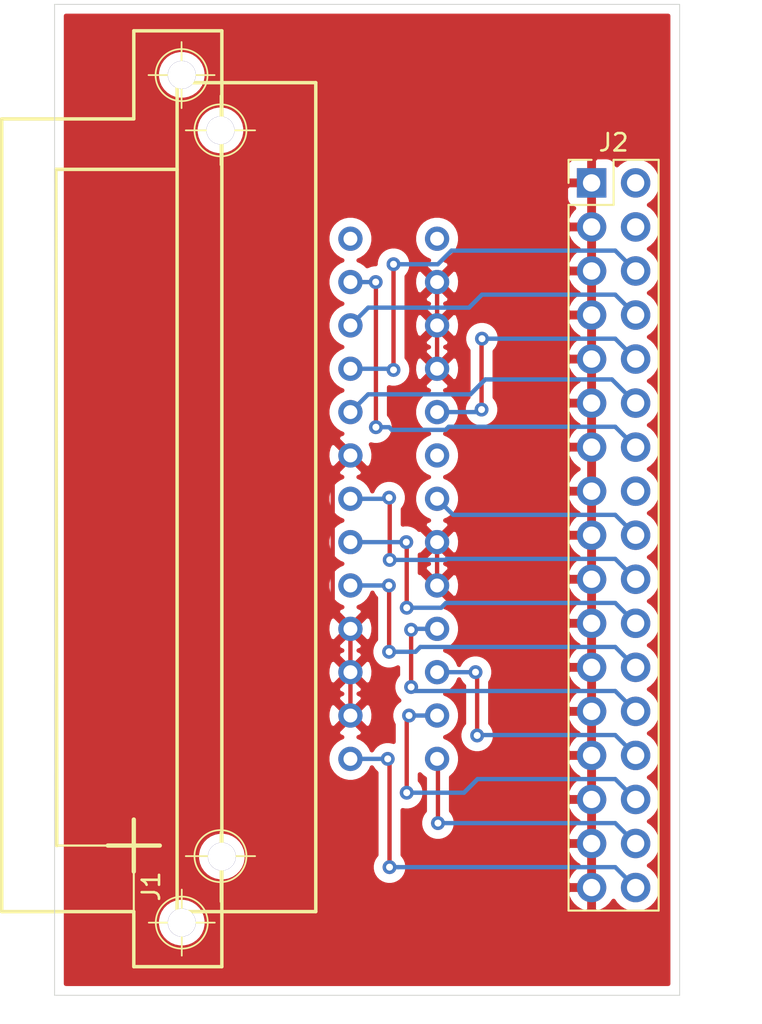
<source format=kicad_pcb>
(kicad_pcb (version 20171130) (host pcbnew "(5.1.10)-1")

  (general
    (thickness 1.6)
    (drawings 4)
    (tracks 136)
    (zones 0)
    (modules 2)
    (nets 16)
  )

  (page A4)
  (layers
    (0 F.Cu signal)
    (31 B.Cu signal)
    (32 B.Adhes user)
    (33 F.Adhes user)
    (34 B.Paste user)
    (35 F.Paste user)
    (36 B.SilkS user)
    (37 F.SilkS user)
    (38 B.Mask user)
    (39 F.Mask user)
    (40 Dwgs.User user)
    (41 Cmts.User user)
    (42 Eco1.User user)
    (43 Eco2.User user)
    (44 Edge.Cuts user)
    (45 Margin user)
    (46 B.CrtYd user)
    (47 F.CrtYd user)
    (48 B.Fab user)
    (49 F.Fab user)
  )

  (setup
    (last_trace_width 0.25)
    (trace_clearance 0.2)
    (zone_clearance 0.508)
    (zone_45_only no)
    (trace_min 0.2)
    (via_size 0.8)
    (via_drill 0.4)
    (via_min_size 0.4)
    (via_min_drill 0.3)
    (uvia_size 0.3)
    (uvia_drill 0.1)
    (uvias_allowed no)
    (uvia_min_size 0.2)
    (uvia_min_drill 0.1)
    (edge_width 0.05)
    (segment_width 0.2)
    (pcb_text_width 0.3)
    (pcb_text_size 1.5 1.5)
    (mod_edge_width 0.12)
    (mod_text_size 1 1)
    (mod_text_width 0.15)
    (pad_size 1.524 1.524)
    (pad_drill 0.762)
    (pad_to_mask_clearance 0)
    (aux_axis_origin 0 0)
    (visible_elements 7FFFFFFF)
    (pcbplotparams
      (layerselection 0x3ffff_ffffffff)
      (usegerberextensions false)
      (usegerberattributes true)
      (usegerberadvancedattributes true)
      (creategerberjobfile true)
      (excludeedgelayer true)
      (linewidth 0.100000)
      (plotframeref false)
      (viasonmask false)
      (mode 1)
      (useauxorigin false)
      (hpglpennumber 1)
      (hpglpenspeed 20)
      (hpglpendiameter 15.000000)
      (psnegative false)
      (psa4output false)
      (plotreference true)
      (plotvalue true)
      (plotinvisibletext false)
      (padsonsilk false)
      (subtractmaskfromsilk false)
      (outputformat 1)
      (mirror false)
      (drillshape 0)
      (scaleselection 1)
      (outputdirectory "FDD_OUT-GB/"))
  )

  (net 0 "")
  (net 1 RDY)
  (net 2 GND)
  (net 3 WE)
  (net 4 WD)
  (net 5 ST)
  (net 6 SE1)
  (net 7 SE3)
  (net 8 IX)
  (net 9 SE2)
  (net 10 SS)
  (net 11 RD)
  (net 12 WP)
  (net 13 T0)
  (net 14 SD)
  (net 15 SE0)

  (net_class Default "This is the default net class."
    (clearance 0.2)
    (trace_width 0.25)
    (via_dia 0.8)
    (via_drill 0.4)
    (uvia_dia 0.3)
    (uvia_drill 0.1)
    (add_net GND)
    (add_net IX)
    (add_net RD)
    (add_net RDY)
    (add_net SD)
    (add_net SE0)
    (add_net SE1)
    (add_net SE2)
    (add_net SE3)
    (add_net SS)
    (add_net ST)
    (add_net T0)
    (add_net WD)
    (add_net WE)
    (add_net WP)
  )

  (module Connector_PinHeader_2.54mm:PinHeader_2x17_P2.54mm_Vertical (layer F.Cu) (tedit 59FED5CC) (tstamp 663B767E)
    (at 122.427 103.005001)
    (descr "Through hole straight pin header, 2x17, 2.54mm pitch, double rows")
    (tags "Through hole pin header THT 2x17 2.54mm double row")
    (path /663B1A29)
    (fp_text reference J2 (at 1.27 -2.33) (layer F.SilkS)
      (effects (font (size 1 1) (thickness 0.15)))
    )
    (fp_text value Conn_02x17_Odd_Even (at 1.27 42.97) (layer F.Fab)
      (effects (font (size 1 1) (thickness 0.15)))
    )
    (fp_line (start 4.35 -1.8) (end -1.8 -1.8) (layer F.CrtYd) (width 0.05))
    (fp_line (start 4.35 42.45) (end 4.35 -1.8) (layer F.CrtYd) (width 0.05))
    (fp_line (start -1.8 42.45) (end 4.35 42.45) (layer F.CrtYd) (width 0.05))
    (fp_line (start -1.8 -1.8) (end -1.8 42.45) (layer F.CrtYd) (width 0.05))
    (fp_line (start -1.33 -1.33) (end 0 -1.33) (layer F.SilkS) (width 0.12))
    (fp_line (start -1.33 0) (end -1.33 -1.33) (layer F.SilkS) (width 0.12))
    (fp_line (start 1.27 -1.33) (end 3.87 -1.33) (layer F.SilkS) (width 0.12))
    (fp_line (start 1.27 1.27) (end 1.27 -1.33) (layer F.SilkS) (width 0.12))
    (fp_line (start -1.33 1.27) (end 1.27 1.27) (layer F.SilkS) (width 0.12))
    (fp_line (start 3.87 -1.33) (end 3.87 41.97) (layer F.SilkS) (width 0.12))
    (fp_line (start -1.33 1.27) (end -1.33 41.97) (layer F.SilkS) (width 0.12))
    (fp_line (start -1.33 41.97) (end 3.87 41.97) (layer F.SilkS) (width 0.12))
    (fp_line (start -1.27 0) (end 0 -1.27) (layer F.Fab) (width 0.1))
    (fp_line (start -1.27 41.91) (end -1.27 0) (layer F.Fab) (width 0.1))
    (fp_line (start 3.81 41.91) (end -1.27 41.91) (layer F.Fab) (width 0.1))
    (fp_line (start 3.81 -1.27) (end 3.81 41.91) (layer F.Fab) (width 0.1))
    (fp_line (start 0 -1.27) (end 3.81 -1.27) (layer F.Fab) (width 0.1))
    (fp_text user %R (at 1.27 20.32 90) (layer F.Fab)
      (effects (font (size 1 1) (thickness 0.15)))
    )
    (pad 34 thru_hole oval (at 2.54 40.64) (size 1.7 1.7) (drill 1) (layers *.Cu *.Mask)
      (net 1 RDY))
    (pad 33 thru_hole oval (at 0 40.64) (size 1.7 1.7) (drill 1) (layers *.Cu *.Mask)
      (net 2 GND))
    (pad 32 thru_hole oval (at 2.54 38.1) (size 1.7 1.7) (drill 1) (layers *.Cu *.Mask)
      (net 10 SS))
    (pad 31 thru_hole oval (at 0 38.1) (size 1.7 1.7) (drill 1) (layers *.Cu *.Mask)
      (net 2 GND))
    (pad 30 thru_hole oval (at 2.54 35.56) (size 1.7 1.7) (drill 1) (layers *.Cu *.Mask)
      (net 11 RD))
    (pad 29 thru_hole oval (at 0 35.56) (size 1.7 1.7) (drill 1) (layers *.Cu *.Mask)
      (net 2 GND))
    (pad 28 thru_hole oval (at 2.54 33.02) (size 1.7 1.7) (drill 1) (layers *.Cu *.Mask)
      (net 12 WP))
    (pad 27 thru_hole oval (at 0 33.02) (size 1.7 1.7) (drill 1) (layers *.Cu *.Mask)
      (net 2 GND))
    (pad 26 thru_hole oval (at 2.54 30.48) (size 1.7 1.7) (drill 1) (layers *.Cu *.Mask)
      (net 13 T0))
    (pad 25 thru_hole oval (at 0 30.48) (size 1.7 1.7) (drill 1) (layers *.Cu *.Mask)
      (net 2 GND))
    (pad 24 thru_hole oval (at 2.54 27.94) (size 1.7 1.7) (drill 1) (layers *.Cu *.Mask)
      (net 3 WE))
    (pad 23 thru_hole oval (at 0 27.94) (size 1.7 1.7) (drill 1) (layers *.Cu *.Mask)
      (net 2 GND))
    (pad 22 thru_hole oval (at 2.54 25.4) (size 1.7 1.7) (drill 1) (layers *.Cu *.Mask)
      (net 4 WD))
    (pad 21 thru_hole oval (at 0 25.4) (size 1.7 1.7) (drill 1) (layers *.Cu *.Mask)
      (net 2 GND))
    (pad 20 thru_hole oval (at 2.54 22.86) (size 1.7 1.7) (drill 1) (layers *.Cu *.Mask)
      (net 5 ST))
    (pad 19 thru_hole oval (at 0 22.86) (size 1.7 1.7) (drill 1) (layers *.Cu *.Mask)
      (net 2 GND))
    (pad 18 thru_hole oval (at 2.54 20.32) (size 1.7 1.7) (drill 1) (layers *.Cu *.Mask)
      (net 14 SD))
    (pad 17 thru_hole oval (at 0 20.32) (size 1.7 1.7) (drill 1) (layers *.Cu *.Mask)
      (net 2 GND))
    (pad 16 thru_hole oval (at 2.54 17.78) (size 1.7 1.7) (drill 1) (layers *.Cu *.Mask))
    (pad 15 thru_hole oval (at 0 17.78) (size 1.7 1.7) (drill 1) (layers *.Cu *.Mask)
      (net 2 GND))
    (pad 14 thru_hole oval (at 2.54 15.24) (size 1.7 1.7) (drill 1) (layers *.Cu *.Mask)
      (net 9 SE2))
    (pad 13 thru_hole oval (at 0 15.24) (size 1.7 1.7) (drill 1) (layers *.Cu *.Mask)
      (net 2 GND))
    (pad 12 thru_hole oval (at 2.54 12.7) (size 1.7 1.7) (drill 1) (layers *.Cu *.Mask)
      (net 6 SE1))
    (pad 11 thru_hole oval (at 0 12.7) (size 1.7 1.7) (drill 1) (layers *.Cu *.Mask)
      (net 2 GND))
    (pad 10 thru_hole oval (at 2.54 10.16) (size 1.7 1.7) (drill 1) (layers *.Cu *.Mask)
      (net 15 SE0))
    (pad 9 thru_hole oval (at 0 10.16) (size 1.7 1.7) (drill 1) (layers *.Cu *.Mask)
      (net 2 GND))
    (pad 8 thru_hole oval (at 2.54 7.62) (size 1.7 1.7) (drill 1) (layers *.Cu *.Mask)
      (net 8 IX))
    (pad 7 thru_hole oval (at 0 7.62) (size 1.7 1.7) (drill 1) (layers *.Cu *.Mask)
      (net 2 GND))
    (pad 6 thru_hole oval (at 2.54 5.08) (size 1.7 1.7) (drill 1) (layers *.Cu *.Mask)
      (net 7 SE3))
    (pad 5 thru_hole oval (at 0 5.08) (size 1.7 1.7) (drill 1) (layers *.Cu *.Mask)
      (net 2 GND))
    (pad 4 thru_hole oval (at 2.54 2.54) (size 1.7 1.7) (drill 1) (layers *.Cu *.Mask))
    (pad 3 thru_hole oval (at 0 2.54) (size 1.7 1.7) (drill 1) (layers *.Cu *.Mask)
      (net 2 GND))
    (pad 2 thru_hole oval (at 2.54 0) (size 1.7 1.7) (drill 1) (layers *.Cu *.Mask))
    (pad 1 thru_hole rect (at 0 0) (size 1.7 1.7) (drill 1) (layers *.Cu *.Mask)
      (net 2 GND))
    (model ${KISYS3DMOD}/Connector_PinHeader_2.54mm.3dshapes/PinHeader_2x17_P2.54mm_Vertical.wrl
      (at (xyz 0 0 0))
      (scale (xyz 1 1 1))
      (rotate (xyz 0 0 0))
    )
  )

  (module EFS:EFS2x13_DIN_male_a1 (layer F.Cu) (tedit 620929F8) (tstamp 663B7646)
    (at 96.012 141.224 270)
    (tags "K1520 Z80")
    (path /663B0B6F)
    (fp_text reference J1 (at 1.4 -1 90) (layer F.SilkS)
      (effects (font (size 1 1) (thickness 0.15)) (justify right))
    )
    (fp_text value Conn_02x13_Row_Letter_First (at -1.4 -1 90) (layer F.Fab)
      (effects (font (size 1 1) (thickness 0.15)) (justify left))
    )
    (fp_line (start -1.5 0) (end 1.5 0) (layer F.SilkS) (width 0.25))
    (fp_line (start 0 -1.5) (end 0 1.5) (layer F.SilkS) (width 0.25))
    (fp_line (start -0.755 -5) (end 3.245 -5) (layer F.SilkS) (width 0.1))
    (fp_line (start 0.61 -7) (end 0.61 -3) (layer F.SilkS) (width 0.1))
    (fp_circle (center 0.61 -5) (end -0.89 -5) (layer F.SilkS) (width 0.1))
    (fp_line (start -43.25 -5) (end -39.25 -5) (layer F.SilkS) (width 0.1))
    (fp_line (start -41.25 -7) (end -41.25 -3) (layer F.SilkS) (width 0.1))
    (fp_circle (center -41.25 -5) (end -42.75 -5) (layer F.SilkS) (width 0.1))
    (fp_line (start -39 4.5) (end -39 -2.5) (layer F.SilkS) (width 0.2))
    (fp_line (start 0 4.445) (end -39 4.5) (layer F.SilkS) (width 0.2))
    (fp_line (start 3.81 -10.5) (end 3.81 -2.5) (layer F.SilkS) (width 0.2))
    (fp_line (start -44 -10.5) (end 3.81 -10.5) (layer F.SilkS) (width 0.2))
    (fp_line (start -44 -2.5) (end -44 -10.5) (layer F.SilkS) (width 0.2))
    (fp_line (start -44 -2.5) (end 3.81 -2.5) (layer F.SilkS) (width 0.2))
    (fp_circle (center 4.445 -2.7686) (end 5.945 -2.7686) (layer F.SilkS) (width 0.1))
    (fp_line (start 4.445 -4.6736) (end 4.445 -0.8636) (layer F.SilkS) (width 0.1))
    (fp_line (start 2.54 -2.7686) (end 6.35 -2.7686) (layer F.SilkS) (width 0.1))
    (fp_line (start -44.4373 -4.6609) (end -44.4373 -0.8509) (layer F.SilkS) (width 0.1))
    (fp_line (start -46.3423 -2.7559) (end -42.5323 -2.7559) (layer F.SilkS) (width 0.1))
    (fp_circle (center -44.4373 -2.7559) (end -42.9373 -2.7559) (layer F.SilkS) (width 0.1))
    (fp_line (start -46.99 -5.08) (end -46.99 0) (layer F.SilkS) (width 0.2))
    (fp_line (start -41.91 0) (end -41.91 7.62) (layer F.SilkS) (width 0.2))
    (fp_line (start -46.99 0) (end -41.91 0) (layer F.SilkS) (width 0.2))
    (fp_line (start 6.985 0) (end 6.985 -5.08) (layer F.SilkS) (width 0.2))
    (fp_line (start 3.81 0) (end 6.985 0) (layer F.SilkS) (width 0.2))
    (fp_line (start 3.81 7.62) (end 3.81 0) (layer F.SilkS) (width 0.2))
    (fp_line (start -41.91 7.62) (end 3.81 7.62) (layer F.SilkS) (width 0.2))
    (fp_line (start 6.985 -5.08) (end -46.99 -5.08) (layer F.SilkS) (width 0.2))
    (fp_line (start 0 4.445) (end 0 0) (layer F.SilkS) (width 0.12))
    (fp_line (start 3.81 0) (end 0.635 0) (layer F.SilkS) (width 0.12))
    (fp_line (start 0.635 0) (end 0 0) (layer F.SilkS) (width 0.12))
    (fp_line (start 0 0) (end 0 3.81) (layer F.SilkS) (width 0.12))
    (fp_line (start 0 3.81) (end 0 4.445) (layer F.SilkS) (width 0.12))
    (fp_text user "Bohrungen nach Bedarf erweitern: M2, 2.5mm, M3, 3mm" (at -37.5 3 90) (layer Dwgs.User)
      (effects (font (size 1.1 1.1) (thickness 0.15)) (justify right))
    )
    (fp_text user "" (at -37.5 1.5 90) (layer Dwgs.User)
      (effects (font (size 1.1 1.1) (thickness 0.15)) (justify right))
    )
    (pad a13 thru_hole circle (at -5 -12.5 270) (size 1.4 1.4) (drill 0.8) (layers *.Cu *.Mask)
      (net 1 RDY))
    (pad a12 thru_hole circle (at -7.5 -12.5 270) (size 1.4 1.4) (drill 0.8) (layers *.Cu *.Mask)
      (net 2 GND))
    (pad a11 thru_hole circle (at -10 -12.5 270) (size 1.4 1.4) (drill 0.8) (layers *.Cu *.Mask)
      (net 2 GND))
    (pad a10 thru_hole circle (at -12.5 -12.5 270) (size 1.4 1.4) (drill 0.8) (layers *.Cu *.Mask)
      (net 2 GND))
    (pad a9 thru_hole circle (at -15 -12.5 270) (size 1.4 1.4) (drill 0.8) (layers *.Cu *.Mask)
      (net 3 WE))
    (pad a8 thru_hole circle (at -17.5 -12.5 270) (size 1.4 1.4) (drill 0.8) (layers *.Cu *.Mask)
      (net 4 WD))
    (pad a7 thru_hole circle (at -20 -12.5 270) (size 1.4 1.4) (drill 0.8) (layers *.Cu *.Mask)
      (net 5 ST))
    (pad a6 thru_hole circle (at -22.5 -12.5 270) (size 1.4 1.4) (drill 0.8) (layers *.Cu *.Mask)
      (net 2 GND))
    (pad a5 thru_hole circle (at -25 -12.5 270) (size 1.4 1.4) (drill 0.8) (layers *.Cu *.Mask)
      (net 6 SE1))
    (pad a4 thru_hole circle (at -27.5 -12.5 270) (size 1.4 1.4) (drill 0.8) (layers *.Cu *.Mask)
      (net 7 SE3))
    (pad a3 thru_hole circle (at -30 -12.5 270) (size 1.4 1.4) (drill 0.8) (layers *.Cu *.Mask)
      (net 8 IX))
    (pad a2 thru_hole circle (at -32.5 -12.5 270) (size 1.4 1.4) (drill 0.8) (layers *.Cu *.Mask)
      (net 9 SE2))
    (pad a1 thru_hole circle (at -35 -12.5 270) (size 1.4 1.4) (drill 0.8) (layers *.Cu *.Mask))
    (pad b13 thru_hole circle (at -5 -17.5 270) (size 1.4 1.4) (drill 0.8) (layers *.Cu *.Mask)
      (net 10 SS))
    (pad b12 thru_hole circle (at -7.5 -17.5 270) (size 1.4 1.4) (drill 0.8) (layers *.Cu *.Mask)
      (net 11 RD))
    (pad b11 thru_hole circle (at -10 -17.5 270) (size 1.4 1.4) (drill 0.8) (layers *.Cu *.Mask)
      (net 12 WP))
    (pad b10 thru_hole circle (at -12.5 -17.5 270) (size 1.4 1.4) (drill 0.8) (layers *.Cu *.Mask)
      (net 13 T0))
    (pad b9 thru_hole circle (at -15 -17.5 270) (size 1.4 1.4) (drill 0.8) (layers *.Cu *.Mask)
      (net 2 GND))
    (pad b8 thru_hole circle (at -17.5 -17.5 270) (size 1.4 1.4) (drill 0.8) (layers *.Cu *.Mask)
      (net 2 GND))
    (pad b7 thru_hole circle (at -20 -17.5 270) (size 1.4 1.4) (drill 0.8) (layers *.Cu *.Mask)
      (net 14 SD))
    (pad b6 thru_hole circle (at -22.5 -17.5 270) (size 1.4 1.4) (drill 0.8) (layers *.Cu *.Mask))
    (pad b5 thru_hole circle (at -25 -17.5 270) (size 1.4 1.4) (drill 0.8) (layers *.Cu *.Mask)
      (net 15 SE0))
    (pad b4 thru_hole circle (at -27.5 -17.5 270) (size 1.4 1.4) (drill 0.8) (layers *.Cu *.Mask)
      (net 2 GND))
    (pad b3 thru_hole circle (at -30 -17.5 270) (size 1.4 1.4) (drill 0.8) (layers *.Cu *.Mask)
      (net 2 GND))
    (pad b2 thru_hole circle (at -32.5 -17.5 270) (size 1.4 1.4) (drill 0.8) (layers *.Cu *.Mask)
      (net 2 GND))
    (pad b1 thru_hole circle (at -35 -17.5 270) (size 1.4 1.4) (drill 0.8) (layers *.Cu *.Mask))
    (pad "" thru_hole circle (at 0.635 -5.08 270) (size 1.61 1.61) (drill 1.6) (layers *.Cu))
    (pad "" thru_hole circle (at -41.25 -5 270) (size 1.61 1.61) (drill 1.6) (layers *.Cu *.Mask))
    (pad "" thru_hole circle (at 4.445 -2.7686 270) (size 1.61 1.61) (drill 1.6) (layers *.Cu *.Mask))
    (pad "" thru_hole circle (at -44.45 -2.7686 270) (size 1.61 1.61) (drill 1.6) (layers *.Cu *.Mask))
  )

  (gr_line (start 91.44 92.71) (end 91.44 149.86) (layer Edge.Cuts) (width 0.05) (tstamp 663B8817))
  (gr_line (start 127.508 92.71) (end 91.44 92.71) (layer Edge.Cuts) (width 0.05))
  (gr_line (start 127.508 149.86) (end 127.508 92.71) (layer Edge.Cuts) (width 0.05))
  (gr_line (start 91.44 149.86) (end 127.508 149.86) (layer Edge.Cuts) (width 0.05))

  (segment (start 123.791999 142.47) (end 111.276 142.47) (width 0.25) (layer B.Cu) (net 1))
  (segment (start 124.967 143.645001) (end 123.791999 142.47) (width 0.25) (layer B.Cu) (net 1))
  (segment (start 108.512 136.224) (end 110.664 136.224) (width 0.25) (layer B.Cu) (net 1))
  (segment (start 111.276 142.47) (end 110.768 142.47) (width 0.25) (layer B.Cu) (net 1))
  (segment (start 110.664 136.224) (end 110.664 136.224) (width 0.25) (layer B.Cu) (net 1) (tstamp 663B7A62))
  (via (at 110.664 136.224) (size 0.8) (drill 0.4) (layers F.Cu B.Cu) (net 1))
  (segment (start 110.768 142.47) (end 110.768 142.47) (width 0.25) (layer B.Cu) (net 1) (tstamp 663B7A64))
  (via (at 110.768 142.47) (size 0.8) (drill 0.4) (layers F.Cu B.Cu) (net 1))
  (segment (start 110.768 136.328) (end 110.664 136.224) (width 0.25) (layer F.Cu) (net 1))
  (segment (start 110.768 142.47) (end 110.768 136.328) (width 0.25) (layer F.Cu) (net 1))
  (segment (start 108.512 133.724) (end 108.512 128.724) (width 0.25) (layer F.Cu) (net 2))
  (segment (start 113.512 126.224) (end 113.512 123.724) (width 0.25) (layer F.Cu) (net 2))
  (segment (start 107.486999 119.749001) (end 108.512 118.724) (width 0.25) (layer F.Cu) (net 2))
  (segment (start 107.486999 127.698999) (end 107.486999 119.749001) (width 0.25) (layer F.Cu) (net 2))
  (segment (start 108.512 128.724) (end 107.486999 127.698999) (width 0.25) (layer F.Cu) (net 2))
  (segment (start 113.512 113.724) (end 113.512 108.724) (width 0.25) (layer F.Cu) (net 2))
  (segment (start 122.427 103.005001) (end 122.427 143.645001) (width 0.25) (layer F.Cu) (net 2))
  (segment (start 123.791999 129.77) (end 112.546 129.77) (width 0.25) (layer B.Cu) (net 3))
  (segment (start 124.967 130.945001) (end 123.791999 129.77) (width 0.25) (layer B.Cu) (net 3))
  (segment (start 112.546 129.77) (end 112.268 130.048) (width 0.25) (layer B.Cu) (net 3))
  (segment (start 112.268 130.048) (end 110.744 130.048) (width 0.25) (layer B.Cu) (net 3))
  (segment (start 108.512 126.224) (end 110.73 126.224) (width 0.25) (layer B.Cu) (net 3))
  (segment (start 110.73 126.224) (end 110.73 126.224) (width 0.25) (layer B.Cu) (net 3) (tstamp 663B7A50))
  (via (at 110.73 126.224) (size 0.8) (drill 0.4) (layers F.Cu B.Cu) (net 3))
  (segment (start 110.744 130.048) (end 110.744 130.048) (width 0.25) (layer B.Cu) (net 3) (tstamp 663B7A52))
  (via (at 110.744 130.048) (size 0.8) (drill 0.4) (layers F.Cu B.Cu) (net 3))
  (segment (start 110.744 126.238) (end 110.73 126.224) (width 0.25) (layer F.Cu) (net 3))
  (segment (start 110.744 130.048) (end 110.744 126.238) (width 0.25) (layer F.Cu) (net 3))
  (segment (start 114.023002 127.23) (end 113.745002 127.508) (width 0.25) (layer B.Cu) (net 4))
  (segment (start 123.791999 127.23) (end 114.023002 127.23) (width 0.25) (layer B.Cu) (net 4))
  (segment (start 124.967 128.405001) (end 123.791999 127.23) (width 0.25) (layer B.Cu) (net 4))
  (segment (start 113.745002 127.508) (end 111.76 127.508) (width 0.25) (layer B.Cu) (net 4))
  (segment (start 108.512 123.724) (end 111.734 123.724) (width 0.25) (layer B.Cu) (net 4))
  (segment (start 111.76 127.508) (end 111.76 127.508) (width 0.25) (layer B.Cu) (net 4) (tstamp 663B7A4C))
  (via (at 111.76 127.508) (size 0.8) (drill 0.4) (layers F.Cu B.Cu) (net 4))
  (segment (start 111.734 123.724) (end 111.734 123.724) (width 0.25) (layer B.Cu) (net 4) (tstamp 663B7A4E))
  (via (at 111.734 123.724) (size 0.8) (drill 0.4) (layers F.Cu B.Cu) (net 4))
  (segment (start 111.76 123.75) (end 111.734 123.724) (width 0.25) (layer F.Cu) (net 4))
  (segment (start 111.76 127.508) (end 111.76 123.75) (width 0.25) (layer F.Cu) (net 4))
  (segment (start 114.004001 124.749001) (end 110.779001 124.749001) (width 0.25) (layer B.Cu) (net 5))
  (segment (start 114.063002 124.69) (end 114.004001 124.749001) (width 0.25) (layer B.Cu) (net 5))
  (segment (start 123.791999 124.69) (end 114.063002 124.69) (width 0.25) (layer B.Cu) (net 5))
  (segment (start 124.967 125.865001) (end 123.791999 124.69) (width 0.25) (layer B.Cu) (net 5))
  (segment (start 108.512 121.224) (end 110.678 121.224) (width 0.25) (layer B.Cu) (net 5))
  (segment (start 110.678 121.224) (end 110.744 121.158) (width 0.25) (layer B.Cu) (net 5))
  (segment (start 110.744 121.158) (end 110.744 121.158) (width 0.25) (layer B.Cu) (net 5) (tstamp 663B7A48))
  (via (at 110.744 121.158) (size 0.8) (drill 0.4) (layers F.Cu B.Cu) (net 5))
  (segment (start 110.779001 124.749001) (end 110.779001 124.749001) (width 0.25) (layer B.Cu) (net 5) (tstamp 663B7A4A))
  (via (at 110.779001 124.749001) (size 0.8) (drill 0.4) (layers F.Cu B.Cu) (net 5))
  (segment (start 110.779001 121.193001) (end 110.744 121.158) (width 0.25) (layer F.Cu) (net 5))
  (segment (start 110.779001 124.749001) (end 110.779001 121.193001) (width 0.25) (layer F.Cu) (net 5))
  (segment (start 109.537001 115.198999) (end 108.512 116.224) (width 0.25) (layer B.Cu) (net 6))
  (segment (start 115.433001 115.198999) (end 109.537001 115.198999) (width 0.25) (layer B.Cu) (net 6))
  (segment (start 116.291998 114.340002) (end 115.433001 115.198999) (width 0.25) (layer B.Cu) (net 6))
  (segment (start 123.602001 114.340002) (end 116.291998 114.340002) (width 0.25) (layer B.Cu) (net 6))
  (segment (start 124.967 115.705001) (end 123.602001 114.340002) (width 0.25) (layer B.Cu) (net 6))
  (segment (start 114.343002 106.91) (end 113.557002 107.696) (width 0.25) (layer B.Cu) (net 7))
  (segment (start 123.791999 106.91) (end 114.343002 106.91) (width 0.25) (layer B.Cu) (net 7))
  (segment (start 124.967 108.085001) (end 123.791999 106.91) (width 0.25) (layer B.Cu) (net 7))
  (segment (start 113.557002 107.696) (end 110.998 107.696) (width 0.25) (layer B.Cu) (net 7))
  (segment (start 108.512 113.724) (end 110.93 113.724) (width 0.25) (layer B.Cu) (net 7))
  (segment (start 110.93 113.724) (end 110.998 113.792) (width 0.25) (layer B.Cu) (net 7))
  (segment (start 110.998 107.696) (end 110.998 107.696) (width 0.25) (layer B.Cu) (net 7) (tstamp 663B7A3E))
  (via (at 110.998 107.696) (size 0.8) (drill 0.4) (layers F.Cu B.Cu) (net 7))
  (segment (start 110.998 113.792) (end 110.998 113.792) (width 0.25) (layer B.Cu) (net 7) (tstamp 663B7A40))
  (via (at 110.998 113.792) (size 0.8) (drill 0.4) (layers F.Cu B.Cu) (net 7))
  (segment (start 110.998 113.792) (end 110.998 107.696) (width 0.25) (layer F.Cu) (net 7))
  (segment (start 109.537001 110.198999) (end 108.512 111.224) (width 0.25) (layer B.Cu) (net 8))
  (segment (start 115.353001 110.198999) (end 109.537001 110.198999) (width 0.25) (layer B.Cu) (net 8))
  (segment (start 116.102 109.45) (end 115.353001 110.198999) (width 0.25) (layer B.Cu) (net 8))
  (segment (start 123.791999 109.45) (end 116.102 109.45) (width 0.25) (layer B.Cu) (net 8))
  (segment (start 124.967 110.625001) (end 123.791999 109.45) (width 0.25) (layer B.Cu) (net 8))
  (segment (start 114.004001 117.249001) (end 110.899001 117.249001) (width 0.25) (layer B.Cu) (net 9))
  (segment (start 114.183002 117.07) (end 114.004001 117.249001) (width 0.25) (layer B.Cu) (net 9))
  (segment (start 123.791999 117.07) (end 114.183002 117.07) (width 0.25) (layer B.Cu) (net 9))
  (segment (start 124.967 118.245001) (end 123.791999 117.07) (width 0.25) (layer B.Cu) (net 9))
  (segment (start 110.899001 117.249001) (end 110.744 117.094) (width 0.25) (layer B.Cu) (net 9))
  (segment (start 108.512 108.724) (end 109.97 108.724) (width 0.25) (layer B.Cu) (net 9))
  (segment (start 110.744 117.094) (end 109.982 117.094) (width 0.25) (layer B.Cu) (net 9))
  (segment (start 109.97 108.724) (end 109.97 108.724) (width 0.25) (layer B.Cu) (net 9) (tstamp 663B7A3C))
  (via (at 109.97 108.724) (size 0.8) (drill 0.4) (layers F.Cu B.Cu) (net 9))
  (segment (start 109.982 117.094) (end 109.982 117.094) (width 0.25) (layer B.Cu) (net 9) (tstamp 663B7A46))
  (via (at 109.982 117.094) (size 0.8) (drill 0.4) (layers F.Cu B.Cu) (net 9))
  (segment (start 109.982 108.736) (end 109.97 108.724) (width 0.25) (layer F.Cu) (net 9))
  (segment (start 109.982 117.094) (end 109.982 108.736) (width 0.25) (layer F.Cu) (net 9))
  (segment (start 123.791999 139.93) (end 113.562 139.93) (width 0.25) (layer B.Cu) (net 10))
  (segment (start 124.967 141.105001) (end 123.791999 139.93) (width 0.25) (layer B.Cu) (net 10))
  (segment (start 113.562 139.93) (end 113.562 139.93) (width 0.25) (layer B.Cu) (net 10) (tstamp 663B7A60))
  (via (at 113.562 139.93) (size 0.8) (drill 0.4) (layers F.Cu B.Cu) (net 10))
  (segment (start 113.562 136.274) (end 113.512 136.224) (width 0.25) (layer F.Cu) (net 10))
  (segment (start 113.562 139.93) (end 113.562 136.274) (width 0.25) (layer F.Cu) (net 10))
  (segment (start 123.791999 137.39) (end 115.848 137.39) (width 0.25) (layer B.Cu) (net 11))
  (segment (start 124.967 138.565001) (end 123.791999 137.39) (width 0.25) (layer B.Cu) (net 11))
  (segment (start 115.848 137.39) (end 115.062 138.176) (width 0.25) (layer B.Cu) (net 11))
  (segment (start 115.062 138.176) (end 111.76 138.176) (width 0.25) (layer B.Cu) (net 11))
  (segment (start 113.512 133.724) (end 111.894 133.724) (width 0.25) (layer B.Cu) (net 11))
  (segment (start 111.894 133.724) (end 111.894 133.724) (width 0.25) (layer B.Cu) (net 11) (tstamp 663B7A54))
  (via (at 111.894 133.724) (size 0.8) (drill 0.4) (layers F.Cu B.Cu) (net 11))
  (segment (start 111.76 138.176) (end 111.76 138.176) (width 0.25) (layer B.Cu) (net 11) (tstamp 663B7A5E))
  (via (at 111.76 138.176) (size 0.8) (drill 0.4) (layers F.Cu B.Cu) (net 11))
  (segment (start 111.76 133.858) (end 111.894 133.724) (width 0.25) (layer F.Cu) (net 11))
  (segment (start 111.76 138.176) (end 111.76 133.858) (width 0.25) (layer F.Cu) (net 11))
  (segment (start 123.791999 134.85) (end 115.848 134.85) (width 0.25) (layer B.Cu) (net 12))
  (segment (start 124.967 136.025001) (end 123.791999 134.85) (width 0.25) (layer B.Cu) (net 12))
  (segment (start 115.824 134.874) (end 115.824 134.874) (width 0.25) (layer B.Cu) (net 12))
  (segment (start 113.512 131.224) (end 115.73 131.224) (width 0.25) (layer B.Cu) (net 12))
  (segment (start 115.73 131.224) (end 115.73 131.224) (width 0.25) (layer B.Cu) (net 12) (tstamp 663B7A5A))
  (via (at 115.73 131.224) (size 0.8) (drill 0.4) (layers F.Cu B.Cu) (net 12))
  (segment (start 115.824 134.874) (end 115.848 134.85) (width 0.25) (layer B.Cu) (net 12) (tstamp 663B7A5C))
  (via (at 115.824 134.874) (size 0.8) (drill 0.4) (layers F.Cu B.Cu) (net 12))
  (segment (start 115.824 131.318) (end 115.73 131.224) (width 0.25) (layer F.Cu) (net 12))
  (segment (start 115.824 134.874) (end 115.824 131.318) (width 0.25) (layer F.Cu) (net 12))
  (segment (start 123.791999 132.31) (end 112.244 132.31) (width 0.25) (layer B.Cu) (net 13))
  (segment (start 124.967 133.485001) (end 123.791999 132.31) (width 0.25) (layer B.Cu) (net 13))
  (segment (start 112.244 132.31) (end 112.014 132.08) (width 0.25) (layer B.Cu) (net 13))
  (segment (start 113.512 128.724) (end 112.068 128.724) (width 0.25) (layer B.Cu) (net 13))
  (segment (start 112.068 128.724) (end 112.014 128.778) (width 0.25) (layer B.Cu) (net 13))
  (segment (start 112.014 128.778) (end 112.014 128.778) (width 0.25) (layer B.Cu) (net 13) (tstamp 663B7A56))
  (via (at 112.014 128.778) (size 0.8) (drill 0.4) (layers F.Cu B.Cu) (net 13))
  (segment (start 112.014 132.08) (end 112.014 132.08) (width 0.25) (layer B.Cu) (net 13) (tstamp 663B7A58))
  (via (at 112.014 132.08) (size 0.8) (drill 0.4) (layers F.Cu B.Cu) (net 13))
  (segment (start 112.014 132.08) (end 112.014 128.778) (width 0.25) (layer F.Cu) (net 13))
  (segment (start 114.438 122.15) (end 113.512 121.224) (width 0.25) (layer B.Cu) (net 14))
  (segment (start 123.791999 122.15) (end 114.438 122.15) (width 0.25) (layer B.Cu) (net 14))
  (segment (start 124.967 123.325001) (end 123.791999 122.15) (width 0.25) (layer B.Cu) (net 14))
  (segment (start 123.791999 111.99) (end 116.102 111.99) (width 0.25) (layer B.Cu) (net 15))
  (segment (start 124.967 113.165001) (end 123.791999 111.99) (width 0.25) (layer B.Cu) (net 15))
  (segment (start 116.102 111.99) (end 116.078 112.014) (width 0.25) (layer B.Cu) (net 15))
  (segment (start 113.512 116.224) (end 115.932 116.224) (width 0.25) (layer B.Cu) (net 15))
  (segment (start 115.932 116.224) (end 116.078 116.078) (width 0.25) (layer B.Cu) (net 15))
  (segment (start 116.102 111.99) (end 116.102 111.99) (width 0.25) (layer B.Cu) (net 15) (tstamp 663B7A42))
  (via (at 116.102 111.99) (size 0.8) (drill 0.4) (layers F.Cu B.Cu) (net 15))
  (segment (start 116.078 116.078) (end 116.078 116.078) (width 0.25) (layer B.Cu) (net 15) (tstamp 663B7A44))
  (via (at 116.078 116.078) (size 0.8) (drill 0.4) (layers F.Cu B.Cu) (net 15))
  (segment (start 116.078 112.014) (end 116.102 111.99) (width 0.25) (layer F.Cu) (net 15))
  (segment (start 116.078 116.078) (end 116.078 112.014) (width 0.25) (layer F.Cu) (net 15))

  (zone (net 2) (net_name GND) (layer F.Cu) (tstamp 663B881A) (hatch edge 0.508)
    (connect_pads (clearance 0.508))
    (min_thickness 0.254)
    (fill yes (arc_segments 32) (thermal_gap 0.508) (thermal_bridge_width 0.508))
    (polygon
      (pts
        (xy 127.508 150.114) (xy 91.186 149.86) (xy 91.44 92.456) (xy 127.508 92.456)
      )
    )
    (filled_polygon
      (pts
        (xy 126.848 149.2) (xy 92.1 149.2) (xy 92.1 145.527172) (xy 97.3406 145.527172) (xy 97.3406 145.810828)
        (xy 97.395938 146.089033) (xy 97.504488 146.351096) (xy 97.662079 146.586947) (xy 97.862653 146.787521) (xy 98.098504 146.945112)
        (xy 98.360567 147.053662) (xy 98.638772 147.109) (xy 98.922428 147.109) (xy 99.200633 147.053662) (xy 99.462696 146.945112)
        (xy 99.698547 146.787521) (xy 99.899121 146.586947) (xy 100.056712 146.351096) (xy 100.165262 146.089033) (xy 100.2206 145.810828)
        (xy 100.2206 145.527172) (xy 100.165262 145.248967) (xy 100.056712 144.986904) (xy 99.899121 144.751053) (xy 99.698547 144.550479)
        (xy 99.462696 144.392888) (xy 99.200633 144.284338) (xy 98.922428 144.229) (xy 98.638772 144.229) (xy 98.360567 144.284338)
        (xy 98.098504 144.392888) (xy 97.862653 144.550479) (xy 97.662079 144.751053) (xy 97.504488 144.986904) (xy 97.395938 145.248967)
        (xy 97.3406 145.527172) (xy 92.1 145.527172) (xy 92.1 144.001891) (xy 120.985524 144.001891) (xy 121.030175 144.1491)
        (xy 121.155359 144.411921) (xy 121.329412 144.64527) (xy 121.545645 144.840179) (xy 121.795748 144.989158) (xy 122.070109 145.086482)
        (xy 122.3 144.965815) (xy 122.3 143.772001) (xy 121.106845 143.772001) (xy 120.985524 144.001891) (xy 92.1 144.001891)
        (xy 92.1 141.717172) (xy 99.652 141.717172) (xy 99.652 142.000828) (xy 99.707338 142.279033) (xy 99.815888 142.541096)
        (xy 99.973479 142.776947) (xy 100.174053 142.977521) (xy 100.409904 143.135112) (xy 100.671967 143.243662) (xy 100.950172 143.299)
        (xy 101.233828 143.299) (xy 101.512033 143.243662) (xy 101.774096 143.135112) (xy 102.009947 142.977521) (xy 102.210521 142.776947)
        (xy 102.368112 142.541096) (xy 102.476662 142.279033) (xy 102.532 142.000828) (xy 102.532 141.717172) (xy 102.476662 141.438967)
        (xy 102.368112 141.176904) (xy 102.210521 140.941053) (xy 102.009947 140.740479) (xy 101.774096 140.582888) (xy 101.512033 140.474338)
        (xy 101.233828 140.419) (xy 100.950172 140.419) (xy 100.671967 140.474338) (xy 100.409904 140.582888) (xy 100.174053 140.740479)
        (xy 99.973479 140.941053) (xy 99.815888 141.176904) (xy 99.707338 141.438967) (xy 99.652 141.717172) (xy 92.1 141.717172)
        (xy 92.1 133.798473) (xy 107.17261 133.798473) (xy 107.212875 134.058344) (xy 107.303065 134.305366) (xy 107.356963 134.406203)
        (xy 107.590731 134.465664) (xy 108.332395 133.724) (xy 108.691605 133.724) (xy 109.433269 134.465664) (xy 109.667037 134.406203)
        (xy 109.777934 134.167758) (xy 109.840183 133.91226) (xy 109.85139 133.649527) (xy 109.811125 133.389656) (xy 109.720935 133.142634)
        (xy 109.667037 133.041797) (xy 109.433269 132.982336) (xy 108.691605 133.724) (xy 108.332395 133.724) (xy 107.590731 132.982336)
        (xy 107.356963 133.041797) (xy 107.246066 133.280242) (xy 107.183817 133.53574) (xy 107.17261 133.798473) (xy 92.1 133.798473)
        (xy 92.1 132.145269) (xy 107.770336 132.145269) (xy 107.829797 132.379037) (xy 108.037995 132.475867) (xy 107.930634 132.515065)
        (xy 107.829797 132.568963) (xy 107.770336 132.802731) (xy 108.512 133.544395) (xy 109.253664 132.802731) (xy 109.194203 132.568963)
        (xy 108.986005 132.472133) (xy 109.093366 132.432935) (xy 109.194203 132.379037) (xy 109.253664 132.145269) (xy 108.512 131.403605)
        (xy 107.770336 132.145269) (xy 92.1 132.145269) (xy 92.1 131.298473) (xy 107.17261 131.298473) (xy 107.212875 131.558344)
        (xy 107.303065 131.805366) (xy 107.356963 131.906203) (xy 107.590731 131.965664) (xy 108.332395 131.224) (xy 108.691605 131.224)
        (xy 109.433269 131.965664) (xy 109.667037 131.906203) (xy 109.777934 131.667758) (xy 109.840183 131.41226) (xy 109.85139 131.149527)
        (xy 109.811125 130.889656) (xy 109.720935 130.642634) (xy 109.667037 130.541797) (xy 109.433269 130.482336) (xy 108.691605 131.224)
        (xy 108.332395 131.224) (xy 107.590731 130.482336) (xy 107.356963 130.541797) (xy 107.246066 130.780242) (xy 107.183817 131.03574)
        (xy 107.17261 131.298473) (xy 92.1 131.298473) (xy 92.1 129.645269) (xy 107.770336 129.645269) (xy 107.829797 129.879037)
        (xy 108.037995 129.975867) (xy 107.930634 130.015065) (xy 107.829797 130.068963) (xy 107.770336 130.302731) (xy 108.512 131.044395)
        (xy 109.253664 130.302731) (xy 109.194203 130.068963) (xy 108.986005 129.972133) (xy 109.093366 129.932935) (xy 109.194203 129.879037)
        (xy 109.253664 129.645269) (xy 108.512 128.903605) (xy 107.770336 129.645269) (xy 92.1 129.645269) (xy 92.1 128.798473)
        (xy 107.17261 128.798473) (xy 107.212875 129.058344) (xy 107.303065 129.305366) (xy 107.356963 129.406203) (xy 107.590731 129.465664)
        (xy 108.332395 128.724) (xy 108.691605 128.724) (xy 109.433269 129.465664) (xy 109.667037 129.406203) (xy 109.777934 129.167758)
        (xy 109.840183 128.91226) (xy 109.85139 128.649527) (xy 109.811125 128.389656) (xy 109.720935 128.142634) (xy 109.667037 128.041797)
        (xy 109.433269 127.982336) (xy 108.691605 128.724) (xy 108.332395 128.724) (xy 107.590731 127.982336) (xy 107.356963 128.041797)
        (xy 107.246066 128.280242) (xy 107.183817 128.53574) (xy 107.17261 128.798473) (xy 92.1 128.798473) (xy 92.1 121.092514)
        (xy 107.177 121.092514) (xy 107.177 121.355486) (xy 107.228304 121.613405) (xy 107.328939 121.856359) (xy 107.475038 122.075013)
        (xy 107.660987 122.260962) (xy 107.879641 122.407061) (xy 108.041246 122.474) (xy 107.879641 122.540939) (xy 107.660987 122.687038)
        (xy 107.475038 122.872987) (xy 107.328939 123.091641) (xy 107.228304 123.334595) (xy 107.177 123.592514) (xy 107.177 123.855486)
        (xy 107.228304 124.113405) (xy 107.328939 124.356359) (xy 107.475038 124.575013) (xy 107.660987 124.760962) (xy 107.879641 124.907061)
        (xy 108.041246 124.974) (xy 107.879641 125.040939) (xy 107.660987 125.187038) (xy 107.475038 125.372987) (xy 107.328939 125.591641)
        (xy 107.228304 125.834595) (xy 107.177 126.092514) (xy 107.177 126.355486) (xy 107.228304 126.613405) (xy 107.328939 126.856359)
        (xy 107.475038 127.075013) (xy 107.660987 127.260962) (xy 107.879641 127.407061) (xy 108.042118 127.474361) (xy 107.930634 127.515065)
        (xy 107.829797 127.568963) (xy 107.770336 127.802731) (xy 108.512 128.544395) (xy 109.253664 127.802731) (xy 109.194203 127.568963)
        (xy 108.986596 127.472408) (xy 109.144359 127.407061) (xy 109.363013 127.260962) (xy 109.548962 127.075013) (xy 109.695061 126.856359)
        (xy 109.783358 126.64319) (xy 109.812795 126.714256) (xy 109.926063 126.883774) (xy 109.984001 126.941712) (xy 109.984 129.344289)
        (xy 109.940063 129.388226) (xy 109.826795 129.557744) (xy 109.748774 129.746102) (xy 109.709 129.946061) (xy 109.709 130.149939)
        (xy 109.748774 130.349898) (xy 109.826795 130.538256) (xy 109.940063 130.707774) (xy 110.084226 130.851937) (xy 110.253744 130.965205)
        (xy 110.442102 131.043226) (xy 110.642061 131.083) (xy 110.845939 131.083) (xy 111.045898 131.043226) (xy 111.234256 130.965205)
        (xy 111.254 130.952012) (xy 111.254 131.376289) (xy 111.210063 131.420226) (xy 111.096795 131.589744) (xy 111.018774 131.778102)
        (xy 110.979 131.978061) (xy 110.979 132.181939) (xy 111.018774 132.381898) (xy 111.096795 132.570256) (xy 111.210063 132.739774)
        (xy 111.327817 132.857528) (xy 111.234226 132.920063) (xy 111.090063 133.064226) (xy 110.976795 133.233744) (xy 110.898774 133.422102)
        (xy 110.859 133.622061) (xy 110.859 133.825939) (xy 110.898774 134.025898) (xy 110.976795 134.214256) (xy 111.000001 134.248986)
        (xy 111.000001 135.2429) (xy 110.965898 135.228774) (xy 110.765939 135.189) (xy 110.562061 135.189) (xy 110.362102 135.228774)
        (xy 110.173744 135.306795) (xy 110.004226 135.420063) (xy 109.860063 135.564226) (xy 109.751195 135.727159) (xy 109.695061 135.591641)
        (xy 109.548962 135.372987) (xy 109.363013 135.187038) (xy 109.144359 135.040939) (xy 108.981882 134.973639) (xy 109.093366 134.932935)
        (xy 109.194203 134.879037) (xy 109.253664 134.645269) (xy 108.512 133.903605) (xy 107.770336 134.645269) (xy 107.829797 134.879037)
        (xy 108.037404 134.975592) (xy 107.879641 135.040939) (xy 107.660987 135.187038) (xy 107.475038 135.372987) (xy 107.328939 135.591641)
        (xy 107.228304 135.834595) (xy 107.177 136.092514) (xy 107.177 136.355486) (xy 107.228304 136.613405) (xy 107.328939 136.856359)
        (xy 107.475038 137.075013) (xy 107.660987 137.260962) (xy 107.879641 137.407061) (xy 108.122595 137.507696) (xy 108.380514 137.559)
        (xy 108.643486 137.559) (xy 108.901405 137.507696) (xy 109.144359 137.407061) (xy 109.363013 137.260962) (xy 109.548962 137.075013)
        (xy 109.695061 136.856359) (xy 109.751195 136.720841) (xy 109.860063 136.883774) (xy 110.004226 137.027937) (xy 110.008001 137.030459)
        (xy 110.008 141.766289) (xy 109.964063 141.810226) (xy 109.850795 141.979744) (xy 109.772774 142.168102) (xy 109.733 142.368061)
        (xy 109.733 142.571939) (xy 109.772774 142.771898) (xy 109.850795 142.960256) (xy 109.964063 143.129774) (xy 110.108226 143.273937)
        (xy 110.277744 143.387205) (xy 110.466102 143.465226) (xy 110.666061 143.505) (xy 110.869939 143.505) (xy 111.069898 143.465226)
        (xy 111.258256 143.387205) (xy 111.427774 143.273937) (xy 111.571937 143.129774) (xy 111.685205 142.960256) (xy 111.763226 142.771898)
        (xy 111.803 142.571939) (xy 111.803 142.368061) (xy 111.763226 142.168102) (xy 111.685205 141.979744) (xy 111.571937 141.810226)
        (xy 111.528 141.766289) (xy 111.528 141.461891) (xy 120.985524 141.461891) (xy 121.030175 141.6091) (xy 121.155359 141.871921)
        (xy 121.329412 142.10527) (xy 121.545645 142.300179) (xy 121.671255 142.375001) (xy 121.545645 142.449823) (xy 121.329412 142.644732)
        (xy 121.155359 142.878081) (xy 121.030175 143.140902) (xy 120.985524 143.288111) (xy 121.106845 143.518001) (xy 122.3 143.518001)
        (xy 122.3 141.232001) (xy 121.106845 141.232001) (xy 120.985524 141.461891) (xy 111.528 141.461891) (xy 111.528 139.185129)
        (xy 111.658061 139.211) (xy 111.861939 139.211) (xy 112.061898 139.171226) (xy 112.250256 139.093205) (xy 112.419774 138.979937)
        (xy 112.563937 138.835774) (xy 112.677205 138.666256) (xy 112.755226 138.477898) (xy 112.795 138.277939) (xy 112.795 138.074061)
        (xy 112.755226 137.874102) (xy 112.677205 137.685744) (xy 112.563937 137.516226) (xy 112.52 137.472289) (xy 112.52 137.119975)
        (xy 112.660987 137.260962) (xy 112.802001 137.355184) (xy 112.802 139.226289) (xy 112.758063 139.270226) (xy 112.644795 139.439744)
        (xy 112.566774 139.628102) (xy 112.527 139.828061) (xy 112.527 140.031939) (xy 112.566774 140.231898) (xy 112.644795 140.420256)
        (xy 112.758063 140.589774) (xy 112.902226 140.733937) (xy 113.071744 140.847205) (xy 113.260102 140.925226) (xy 113.460061 140.965)
        (xy 113.663939 140.965) (xy 113.863898 140.925226) (xy 114.052256 140.847205) (xy 114.221774 140.733937) (xy 114.365937 140.589774)
        (xy 114.479205 140.420256) (xy 114.557226 140.231898) (xy 114.597 140.031939) (xy 114.597 139.828061) (xy 114.557226 139.628102)
        (xy 114.479205 139.439744) (xy 114.365937 139.270226) (xy 114.322 139.226289) (xy 114.322 138.921891) (xy 120.985524 138.921891)
        (xy 121.030175 139.0691) (xy 121.155359 139.331921) (xy 121.329412 139.56527) (xy 121.545645 139.760179) (xy 121.671255 139.835001)
        (xy 121.545645 139.909823) (xy 121.329412 140.104732) (xy 121.155359 140.338081) (xy 121.030175 140.600902) (xy 120.985524 140.748111)
        (xy 121.106845 140.978001) (xy 122.3 140.978001) (xy 122.3 138.692001) (xy 121.106845 138.692001) (xy 120.985524 138.921891)
        (xy 114.322 138.921891) (xy 114.322 137.288366) (xy 114.363013 137.260962) (xy 114.548962 137.075013) (xy 114.695061 136.856359)
        (xy 114.795696 136.613405) (xy 114.841747 136.381891) (xy 120.985524 136.381891) (xy 121.030175 136.5291) (xy 121.155359 136.791921)
        (xy 121.329412 137.02527) (xy 121.545645 137.220179) (xy 121.671255 137.295001) (xy 121.545645 137.369823) (xy 121.329412 137.564732)
        (xy 121.155359 137.798081) (xy 121.030175 138.060902) (xy 120.985524 138.208111) (xy 121.106845 138.438001) (xy 122.3 138.438001)
        (xy 122.3 136.152001) (xy 121.106845 136.152001) (xy 120.985524 136.381891) (xy 114.841747 136.381891) (xy 114.847 136.355486)
        (xy 114.847 136.092514) (xy 114.795696 135.834595) (xy 114.695061 135.591641) (xy 114.548962 135.372987) (xy 114.363013 135.187038)
        (xy 114.144359 135.040939) (xy 113.982754 134.974) (xy 114.144359 134.907061) (xy 114.363013 134.760962) (xy 114.548962 134.575013)
        (xy 114.695061 134.356359) (xy 114.795696 134.113405) (xy 114.847 133.855486) (xy 114.847 133.592514) (xy 114.795696 133.334595)
        (xy 114.695061 133.091641) (xy 114.548962 132.872987) (xy 114.363013 132.687038) (xy 114.144359 132.540939) (xy 113.982754 132.474)
        (xy 114.144359 132.407061) (xy 114.363013 132.260962) (xy 114.548962 132.075013) (xy 114.695061 131.856359) (xy 114.783358 131.64319)
        (xy 114.812795 131.714256) (xy 114.926063 131.883774) (xy 115.064001 132.021712) (xy 115.064 134.170289) (xy 115.020063 134.214226)
        (xy 114.906795 134.383744) (xy 114.828774 134.572102) (xy 114.789 134.772061) (xy 114.789 134.975939) (xy 114.828774 135.175898)
        (xy 114.906795 135.364256) (xy 115.020063 135.533774) (xy 115.164226 135.677937) (xy 115.333744 135.791205) (xy 115.522102 135.869226)
        (xy 115.722061 135.909) (xy 115.925939 135.909) (xy 116.125898 135.869226) (xy 116.314256 135.791205) (xy 116.483774 135.677937)
        (xy 116.627937 135.533774) (xy 116.741205 135.364256) (xy 116.819226 135.175898) (xy 116.859 134.975939) (xy 116.859 134.772061)
        (xy 116.819226 134.572102) (xy 116.741205 134.383744) (xy 116.627937 134.214226) (xy 116.584 134.170289) (xy 116.584 133.841891)
        (xy 120.985524 133.841891) (xy 121.030175 133.9891) (xy 121.155359 134.251921) (xy 121.329412 134.48527) (xy 121.545645 134.680179)
        (xy 121.671255 134.755001) (xy 121.545645 134.829823) (xy 121.329412 135.024732) (xy 121.155359 135.258081) (xy 121.030175 135.520902)
        (xy 120.985524 135.668111) (xy 121.106845 135.898001) (xy 122.3 135.898001) (xy 122.3 133.612001) (xy 121.106845 133.612001)
        (xy 120.985524 133.841891) (xy 116.584 133.841891) (xy 116.584 131.808849) (xy 116.647205 131.714256) (xy 116.725226 131.525898)
        (xy 116.765 131.325939) (xy 116.765 131.301891) (xy 120.985524 131.301891) (xy 121.030175 131.4491) (xy 121.155359 131.711921)
        (xy 121.329412 131.94527) (xy 121.545645 132.140179) (xy 121.671255 132.215001) (xy 121.545645 132.289823) (xy 121.329412 132.484732)
        (xy 121.155359 132.718081) (xy 121.030175 132.980902) (xy 120.985524 133.128111) (xy 121.106845 133.358001) (xy 122.3 133.358001)
        (xy 122.3 131.072001) (xy 121.106845 131.072001) (xy 120.985524 131.301891) (xy 116.765 131.301891) (xy 116.765 131.122061)
        (xy 116.725226 130.922102) (xy 116.647205 130.733744) (xy 116.533937 130.564226) (xy 116.389774 130.420063) (xy 116.220256 130.306795)
        (xy 116.031898 130.228774) (xy 115.831939 130.189) (xy 115.628061 130.189) (xy 115.428102 130.228774) (xy 115.239744 130.306795)
        (xy 115.070226 130.420063) (xy 114.926063 130.564226) (xy 114.812795 130.733744) (xy 114.783358 130.80481) (xy 114.695061 130.591641)
        (xy 114.548962 130.372987) (xy 114.363013 130.187038) (xy 114.144359 130.040939) (xy 113.982754 129.974) (xy 114.144359 129.907061)
        (xy 114.363013 129.760962) (xy 114.548962 129.575013) (xy 114.695061 129.356359) (xy 114.795696 129.113405) (xy 114.847 128.855486)
        (xy 114.847 128.761891) (xy 120.985524 128.761891) (xy 121.030175 128.9091) (xy 121.155359 129.171921) (xy 121.329412 129.40527)
        (xy 121.545645 129.600179) (xy 121.671255 129.675001) (xy 121.545645 129.749823) (xy 121.329412 129.944732) (xy 121.155359 130.178081)
        (xy 121.030175 130.440902) (xy 120.985524 130.588111) (xy 121.106845 130.818001) (xy 122.3 130.818001) (xy 122.3 128.532001)
        (xy 121.106845 128.532001) (xy 120.985524 128.761891) (xy 114.847 128.761891) (xy 114.847 128.592514) (xy 114.795696 128.334595)
        (xy 114.695061 128.091641) (xy 114.548962 127.872987) (xy 114.363013 127.687038) (xy 114.144359 127.540939) (xy 113.981882 127.473639)
        (xy 114.093366 127.432935) (xy 114.194203 127.379037) (xy 114.253664 127.145269) (xy 113.512 126.403605) (xy 113.497858 126.417748)
        (xy 113.318253 126.238143) (xy 113.332395 126.224) (xy 113.691605 126.224) (xy 114.433269 126.965664) (xy 114.667037 126.906203)
        (xy 114.777934 126.667758) (xy 114.840183 126.41226) (xy 114.848303 126.221891) (xy 120.985524 126.221891) (xy 121.030175 126.3691)
        (xy 121.155359 126.631921) (xy 121.329412 126.86527) (xy 121.545645 127.060179) (xy 121.671255 127.135001) (xy 121.545645 127.209823)
        (xy 121.329412 127.404732) (xy 121.155359 127.638081) (xy 121.030175 127.900902) (xy 120.985524 128.048111) (xy 121.106845 128.278001)
        (xy 122.3 128.278001) (xy 122.3 125.992001) (xy 121.106845 125.992001) (xy 120.985524 126.221891) (xy 114.848303 126.221891)
        (xy 114.85139 126.149527) (xy 114.811125 125.889656) (xy 114.720935 125.642634) (xy 114.667037 125.541797) (xy 114.433269 125.482336)
        (xy 113.691605 126.224) (xy 113.332395 126.224) (xy 112.590731 125.482336) (xy 112.52 125.500327) (xy 112.52 124.645269)
        (xy 112.770336 124.645269) (xy 112.829797 124.879037) (xy 113.037995 124.975867) (xy 112.930634 125.015065) (xy 112.829797 125.068963)
        (xy 112.770336 125.302731) (xy 113.512 126.044395) (xy 114.253664 125.302731) (xy 114.194203 125.068963) (xy 113.986005 124.972133)
        (xy 114.093366 124.932935) (xy 114.194203 124.879037) (xy 114.253664 124.645269) (xy 113.512 123.903605) (xy 112.770336 124.645269)
        (xy 112.52 124.645269) (xy 112.52 124.447673) (xy 112.590731 124.465664) (xy 113.332395 123.724) (xy 113.691605 123.724)
        (xy 114.433269 124.465664) (xy 114.667037 124.406203) (xy 114.777934 124.167758) (xy 114.840183 123.91226) (xy 114.850009 123.681891)
        (xy 120.985524 123.681891) (xy 121.030175 123.8291) (xy 121.155359 124.091921) (xy 121.329412 124.32527) (xy 121.545645 124.520179)
        (xy 121.671255 124.595001) (xy 121.545645 124.669823) (xy 121.329412 124.864732) (xy 121.155359 125.098081) (xy 121.030175 125.360902)
        (xy 120.985524 125.508111) (xy 121.106845 125.738001) (xy 122.3 125.738001) (xy 122.3 123.452001) (xy 121.106845 123.452001)
        (xy 120.985524 123.681891) (xy 114.850009 123.681891) (xy 114.85139 123.649527) (xy 114.811125 123.389656) (xy 114.720935 123.142634)
        (xy 114.667037 123.041797) (xy 114.433269 122.982336) (xy 113.691605 123.724) (xy 113.332395 123.724) (xy 112.590731 122.982336)
        (xy 112.483358 123.009647) (xy 112.393774 122.920063) (xy 112.224256 122.806795) (xy 112.035898 122.728774) (xy 111.835939 122.689)
        (xy 111.632061 122.689) (xy 111.539001 122.707511) (xy 111.539001 121.82671) (xy 111.547937 121.817774) (xy 111.661205 121.648256)
        (xy 111.739226 121.459898) (xy 111.779 121.259939) (xy 111.779 121.056061) (xy 111.739226 120.856102) (xy 111.661205 120.667744)
        (xy 111.547937 120.498226) (xy 111.403774 120.354063) (xy 111.234256 120.240795) (xy 111.045898 120.162774) (xy 110.845939 120.123)
        (xy 110.642061 120.123) (xy 110.442102 120.162774) (xy 110.253744 120.240795) (xy 110.084226 120.354063) (xy 109.940063 120.498226)
        (xy 109.826795 120.667744) (xy 109.776689 120.788709) (xy 109.695061 120.591641) (xy 109.548962 120.372987) (xy 109.363013 120.187038)
        (xy 109.144359 120.040939) (xy 108.981882 119.973639) (xy 109.093366 119.932935) (xy 109.194203 119.879037) (xy 109.253664 119.645269)
        (xy 108.512 118.903605) (xy 107.770336 119.645269) (xy 107.829797 119.879037) (xy 108.037404 119.975592) (xy 107.879641 120.040939)
        (xy 107.660987 120.187038) (xy 107.475038 120.372987) (xy 107.328939 120.591641) (xy 107.228304 120.834595) (xy 107.177 121.092514)
        (xy 92.1 121.092514) (xy 92.1 118.798473) (xy 107.17261 118.798473) (xy 107.212875 119.058344) (xy 107.303065 119.305366)
        (xy 107.356963 119.406203) (xy 107.590731 119.465664) (xy 108.332395 118.724) (xy 107.590731 117.982336) (xy 107.356963 118.041797)
        (xy 107.246066 118.280242) (xy 107.183817 118.53574) (xy 107.17261 118.798473) (xy 92.1 118.798473) (xy 92.1 106.092514)
        (xy 107.177 106.092514) (xy 107.177 106.355486) (xy 107.228304 106.613405) (xy 107.328939 106.856359) (xy 107.475038 107.075013)
        (xy 107.660987 107.260962) (xy 107.879641 107.407061) (xy 108.041246 107.474) (xy 107.879641 107.540939) (xy 107.660987 107.687038)
        (xy 107.475038 107.872987) (xy 107.328939 108.091641) (xy 107.228304 108.334595) (xy 107.177 108.592514) (xy 107.177 108.855486)
        (xy 107.228304 109.113405) (xy 107.328939 109.356359) (xy 107.475038 109.575013) (xy 107.660987 109.760962) (xy 107.879641 109.907061)
        (xy 108.041246 109.974) (xy 107.879641 110.040939) (xy 107.660987 110.187038) (xy 107.475038 110.372987) (xy 107.328939 110.591641)
        (xy 107.228304 110.834595) (xy 107.177 111.092514) (xy 107.177 111.355486) (xy 107.228304 111.613405) (xy 107.328939 111.856359)
        (xy 107.475038 112.075013) (xy 107.660987 112.260962) (xy 107.879641 112.407061) (xy 108.041246 112.474) (xy 107.879641 112.540939)
        (xy 107.660987 112.687038) (xy 107.475038 112.872987) (xy 107.328939 113.091641) (xy 107.228304 113.334595) (xy 107.177 113.592514)
        (xy 107.177 113.855486) (xy 107.228304 114.113405) (xy 107.328939 114.356359) (xy 107.475038 114.575013) (xy 107.660987 114.760962)
        (xy 107.879641 114.907061) (xy 108.041246 114.974) (xy 107.879641 115.040939) (xy 107.660987 115.187038) (xy 107.475038 115.372987)
        (xy 107.328939 115.591641) (xy 107.228304 115.834595) (xy 107.177 116.092514) (xy 107.177 116.355486) (xy 107.228304 116.613405)
        (xy 107.328939 116.856359) (xy 107.475038 117.075013) (xy 107.660987 117.260962) (xy 107.879641 117.407061) (xy 108.042118 117.474361)
        (xy 107.930634 117.515065) (xy 107.829797 117.568963) (xy 107.770336 117.802731) (xy 108.512 118.544395) (xy 108.526143 118.530253)
        (xy 108.705748 118.709858) (xy 108.691605 118.724) (xy 109.433269 119.465664) (xy 109.667037 119.406203) (xy 109.777934 119.167758)
        (xy 109.840183 118.91226) (xy 109.85139 118.649527) (xy 109.811125 118.389656) (xy 109.720935 118.142634) (xy 109.69385 118.091961)
        (xy 109.880061 118.129) (xy 110.083939 118.129) (xy 110.283898 118.089226) (xy 110.472256 118.011205) (xy 110.641774 117.897937)
        (xy 110.785937 117.753774) (xy 110.899205 117.584256) (xy 110.977226 117.395898) (xy 111.017 117.195939) (xy 111.017 116.992061)
        (xy 110.977226 116.792102) (xy 110.899205 116.603744) (xy 110.785937 116.434226) (xy 110.742 116.390289) (xy 110.742 116.092514)
        (xy 112.177 116.092514) (xy 112.177 116.355486) (xy 112.228304 116.613405) (xy 112.328939 116.856359) (xy 112.475038 117.075013)
        (xy 112.660987 117.260962) (xy 112.879641 117.407061) (xy 113.041246 117.474) (xy 112.879641 117.540939) (xy 112.660987 117.687038)
        (xy 112.475038 117.872987) (xy 112.328939 118.091641) (xy 112.228304 118.334595) (xy 112.177 118.592514) (xy 112.177 118.855486)
        (xy 112.228304 119.113405) (xy 112.328939 119.356359) (xy 112.475038 119.575013) (xy 112.660987 119.760962) (xy 112.879641 119.907061)
        (xy 113.041246 119.974) (xy 112.879641 120.040939) (xy 112.660987 120.187038) (xy 112.475038 120.372987) (xy 112.328939 120.591641)
        (xy 112.228304 120.834595) (xy 112.177 121.092514) (xy 112.177 121.355486) (xy 112.228304 121.613405) (xy 112.328939 121.856359)
        (xy 112.475038 122.075013) (xy 112.660987 122.260962) (xy 112.879641 122.407061) (xy 113.042118 122.474361) (xy 112.930634 122.515065)
        (xy 112.829797 122.568963) (xy 112.770336 122.802731) (xy 113.512 123.544395) (xy 114.253664 122.802731) (xy 114.194203 122.568963)
        (xy 113.986596 122.472408) (xy 114.144359 122.407061) (xy 114.363013 122.260962) (xy 114.548962 122.075013) (xy 114.695061 121.856359)
        (xy 114.795696 121.613405) (xy 114.847 121.355486) (xy 114.847 121.141891) (xy 120.985524 121.141891) (xy 121.030175 121.2891)
        (xy 121.155359 121.551921) (xy 121.329412 121.78527) (xy 121.545645 121.980179) (xy 121.671255 122.055001) (xy 121.545645 122.129823)
        (xy 121.329412 122.324732) (xy 121.155359 122.558081) (xy 121.030175 122.820902) (xy 120.985524 122.968111) (xy 121.106845 123.198001)
        (xy 122.3 123.198001) (xy 122.3 120.912001) (xy 121.106845 120.912001) (xy 120.985524 121.141891) (xy 114.847 121.141891)
        (xy 114.847 121.092514) (xy 114.795696 120.834595) (xy 114.695061 120.591641) (xy 114.548962 120.372987) (xy 114.363013 120.187038)
        (xy 114.144359 120.040939) (xy 113.982754 119.974) (xy 114.144359 119.907061) (xy 114.363013 119.760962) (xy 114.548962 119.575013)
        (xy 114.695061 119.356359) (xy 114.795696 119.113405) (xy 114.847 118.855486) (xy 114.847 118.601891) (xy 120.985524 118.601891)
        (xy 121.030175 118.7491) (xy 121.155359 119.011921) (xy 121.329412 119.24527) (xy 121.545645 119.440179) (xy 121.671255 119.515001)
        (xy 121.545645 119.589823) (xy 121.329412 119.784732) (xy 121.155359 120.018081) (xy 121.030175 120.280902) (xy 120.985524 120.428111)
        (xy 121.106845 120.658001) (xy 122.3 120.658001) (xy 122.3 118.372001) (xy 121.106845 118.372001) (xy 120.985524 118.601891)
        (xy 114.847 118.601891) (xy 114.847 118.592514) (xy 114.795696 118.334595) (xy 114.695061 118.091641) (xy 114.548962 117.872987)
        (xy 114.363013 117.687038) (xy 114.144359 117.540939) (xy 113.982754 117.474) (xy 114.144359 117.407061) (xy 114.363013 117.260962)
        (xy 114.548962 117.075013) (xy 114.695061 116.856359) (xy 114.795696 116.613405) (xy 114.847 116.355486) (xy 114.847 116.092514)
        (xy 114.823836 115.976061) (xy 115.043 115.976061) (xy 115.043 116.179939) (xy 115.082774 116.379898) (xy 115.160795 116.568256)
        (xy 115.274063 116.737774) (xy 115.418226 116.881937) (xy 115.587744 116.995205) (xy 115.776102 117.073226) (xy 115.976061 117.113)
        (xy 116.179939 117.113) (xy 116.379898 117.073226) (xy 116.568256 116.995205) (xy 116.737774 116.881937) (xy 116.881937 116.737774)
        (xy 116.995205 116.568256) (xy 117.073226 116.379898) (xy 117.113 116.179939) (xy 117.113 116.061891) (xy 120.985524 116.061891)
        (xy 121.030175 116.2091) (xy 121.155359 116.471921) (xy 121.329412 116.70527) (xy 121.545645 116.900179) (xy 121.671255 116.975001)
        (xy 121.545645 117.049823) (xy 121.329412 117.244732) (xy 121.155359 117.478081) (xy 121.030175 117.740902) (xy 120.985524 117.888111)
        (xy 121.106845 118.118001) (xy 122.3 118.118001) (xy 122.3 115.832001) (xy 121.106845 115.832001) (xy 120.985524 116.061891)
        (xy 117.113 116.061891) (xy 117.113 115.976061) (xy 117.073226 115.776102) (xy 116.995205 115.587744) (xy 116.881937 115.418226)
        (xy 116.838 115.374289) (xy 116.838 113.521891) (xy 120.985524 113.521891) (xy 121.030175 113.6691) (xy 121.155359 113.931921)
        (xy 121.329412 114.16527) (xy 121.545645 114.360179) (xy 121.671255 114.435001) (xy 121.545645 114.509823) (xy 121.329412 114.704732)
        (xy 121.155359 114.938081) (xy 121.030175 115.200902) (xy 120.985524 115.348111) (xy 121.106845 115.578001) (xy 122.3 115.578001)
        (xy 122.3 113.292001) (xy 121.106845 113.292001) (xy 120.985524 113.521891) (xy 116.838 113.521891) (xy 116.838 112.717711)
        (xy 116.905937 112.649774) (xy 117.019205 112.480256) (xy 117.097226 112.291898) (xy 117.137 112.091939) (xy 117.137 111.888061)
        (xy 117.097226 111.688102) (xy 117.019205 111.499744) (xy 116.905937 111.330226) (xy 116.761774 111.186063) (xy 116.592256 111.072795)
        (xy 116.403898 110.994774) (xy 116.339131 110.981891) (xy 120.985524 110.981891) (xy 121.030175 111.1291) (xy 121.155359 111.391921)
        (xy 121.329412 111.62527) (xy 121.545645 111.820179) (xy 121.671255 111.895001) (xy 121.545645 111.969823) (xy 121.329412 112.164732)
        (xy 121.155359 112.398081) (xy 121.030175 112.660902) (xy 120.985524 112.808111) (xy 121.106845 113.038001) (xy 122.3 113.038001)
        (xy 122.3 110.752001) (xy 121.106845 110.752001) (xy 120.985524 110.981891) (xy 116.339131 110.981891) (xy 116.203939 110.955)
        (xy 116.000061 110.955) (xy 115.800102 110.994774) (xy 115.611744 111.072795) (xy 115.442226 111.186063) (xy 115.298063 111.330226)
        (xy 115.184795 111.499744) (xy 115.106774 111.688102) (xy 115.067 111.888061) (xy 115.067 112.091939) (xy 115.106774 112.291898)
        (xy 115.184795 112.480256) (xy 115.298063 112.649774) (xy 115.318001 112.669712) (xy 115.318 115.374289) (xy 115.274063 115.418226)
        (xy 115.160795 115.587744) (xy 115.082774 115.776102) (xy 115.043 115.976061) (xy 114.823836 115.976061) (xy 114.795696 115.834595)
        (xy 114.695061 115.591641) (xy 114.548962 115.372987) (xy 114.363013 115.187038) (xy 114.144359 115.040939) (xy 113.981882 114.973639)
        (xy 114.093366 114.932935) (xy 114.194203 114.879037) (xy 114.253664 114.645269) (xy 113.512 113.903605) (xy 112.770336 114.645269)
        (xy 112.829797 114.879037) (xy 113.037404 114.975592) (xy 112.879641 115.040939) (xy 112.660987 115.187038) (xy 112.475038 115.372987)
        (xy 112.328939 115.591641) (xy 112.228304 115.834595) (xy 112.177 116.092514) (xy 110.742 116.092514) (xy 110.742 114.796356)
        (xy 110.896061 114.827) (xy 111.099939 114.827) (xy 111.299898 114.787226) (xy 111.488256 114.709205) (xy 111.657774 114.595937)
        (xy 111.801937 114.451774) (xy 111.915205 114.282256) (xy 111.993226 114.093898) (xy 112.033 113.893939) (xy 112.033 113.798473)
        (xy 112.17261 113.798473) (xy 112.212875 114.058344) (xy 112.303065 114.305366) (xy 112.356963 114.406203) (xy 112.590731 114.465664)
        (xy 113.332395 113.724) (xy 113.691605 113.724) (xy 114.433269 114.465664) (xy 114.667037 114.406203) (xy 114.777934 114.167758)
        (xy 114.840183 113.91226) (xy 114.85139 113.649527) (xy 114.811125 113.389656) (xy 114.720935 113.142634) (xy 114.667037 113.041797)
        (xy 114.433269 112.982336) (xy 113.691605 113.724) (xy 113.332395 113.724) (xy 112.590731 112.982336) (xy 112.356963 113.041797)
        (xy 112.246066 113.280242) (xy 112.183817 113.53574) (xy 112.17261 113.798473) (xy 112.033 113.798473) (xy 112.033 113.690061)
        (xy 111.993226 113.490102) (xy 111.915205 113.301744) (xy 111.801937 113.132226) (xy 111.758 113.088289) (xy 111.758 112.145269)
        (xy 112.770336 112.145269) (xy 112.829797 112.379037) (xy 113.037995 112.475867) (xy 112.930634 112.515065) (xy 112.829797 112.568963)
        (xy 112.770336 112.802731) (xy 113.512 113.544395) (xy 114.253664 112.802731) (xy 114.194203 112.568963) (xy 113.986005 112.472133)
        (xy 114.093366 112.432935) (xy 114.194203 112.379037) (xy 114.253664 112.145269) (xy 113.512 111.403605) (xy 112.770336 112.145269)
        (xy 111.758 112.145269) (xy 111.758 111.298473) (xy 112.17261 111.298473) (xy 112.212875 111.558344) (xy 112.303065 111.805366)
        (xy 112.356963 111.906203) (xy 112.590731 111.965664) (xy 113.332395 111.224) (xy 113.691605 111.224) (xy 114.433269 111.965664)
        (xy 114.667037 111.906203) (xy 114.777934 111.667758) (xy 114.840183 111.41226) (xy 114.85139 111.149527) (xy 114.811125 110.889656)
        (xy 114.720935 110.642634) (xy 114.667037 110.541797) (xy 114.433269 110.482336) (xy 113.691605 111.224) (xy 113.332395 111.224)
        (xy 112.590731 110.482336) (xy 112.356963 110.541797) (xy 112.246066 110.780242) (xy 112.183817 111.03574) (xy 112.17261 111.298473)
        (xy 111.758 111.298473) (xy 111.758 109.645269) (xy 112.770336 109.645269) (xy 112.829797 109.879037) (xy 113.037995 109.975867)
        (xy 112.930634 110.015065) (xy 112.829797 110.068963) (xy 112.770336 110.302731) (xy 113.512 111.044395) (xy 114.253664 110.302731)
        (xy 114.194203 110.068963) (xy 113.986005 109.972133) (xy 114.093366 109.932935) (xy 114.194203 109.879037) (xy 114.253664 109.645269)
        (xy 113.512 108.903605) (xy 112.770336 109.645269) (xy 111.758 109.645269) (xy 111.758 108.798473) (xy 112.17261 108.798473)
        (xy 112.212875 109.058344) (xy 112.303065 109.305366) (xy 112.356963 109.406203) (xy 112.590731 109.465664) (xy 113.332395 108.724)
        (xy 113.691605 108.724) (xy 114.433269 109.465664) (xy 114.667037 109.406203) (xy 114.777934 109.167758) (xy 114.840183 108.91226)
        (xy 114.85139 108.649527) (xy 114.819219 108.441891) (xy 120.985524 108.441891) (xy 121.030175 108.5891) (xy 121.155359 108.851921)
        (xy 121.329412 109.08527) (xy 121.545645 109.280179) (xy 121.671255 109.355001) (xy 121.545645 109.429823) (xy 121.329412 109.624732)
        (xy 121.155359 109.858081) (xy 121.030175 110.120902) (xy 120.985524 110.268111) (xy 121.106845 110.498001) (xy 122.3 110.498001)
        (xy 122.3 108.212001) (xy 121.106845 108.212001) (xy 120.985524 108.441891) (xy 114.819219 108.441891) (xy 114.811125 108.389656)
        (xy 114.720935 108.142634) (xy 114.667037 108.041797) (xy 114.433269 107.982336) (xy 113.691605 108.724) (xy 113.332395 108.724)
        (xy 112.590731 107.982336) (xy 112.356963 108.041797) (xy 112.246066 108.280242) (xy 112.183817 108.53574) (xy 112.17261 108.798473)
        (xy 111.758 108.798473) (xy 111.758 108.399711) (xy 111.801937 108.355774) (xy 111.915205 108.186256) (xy 111.993226 107.997898)
        (xy 112.033 107.797939) (xy 112.033 107.594061) (xy 111.993226 107.394102) (xy 111.915205 107.205744) (xy 111.801937 107.036226)
        (xy 111.657774 106.892063) (xy 111.488256 106.778795) (xy 111.299898 106.700774) (xy 111.099939 106.661) (xy 110.896061 106.661)
        (xy 110.696102 106.700774) (xy 110.507744 106.778795) (xy 110.338226 106.892063) (xy 110.194063 107.036226) (xy 110.080795 107.205744)
        (xy 110.002774 107.394102) (xy 109.963 107.594061) (xy 109.963 107.689) (xy 109.868061 107.689) (xy 109.668102 107.728774)
        (xy 109.481884 107.805909) (xy 109.363013 107.687038) (xy 109.144359 107.540939) (xy 108.982754 107.474) (xy 109.144359 107.407061)
        (xy 109.363013 107.260962) (xy 109.548962 107.075013) (xy 109.695061 106.856359) (xy 109.795696 106.613405) (xy 109.847 106.355486)
        (xy 109.847 106.092514) (xy 112.177 106.092514) (xy 112.177 106.355486) (xy 112.228304 106.613405) (xy 112.328939 106.856359)
        (xy 112.475038 107.075013) (xy 112.660987 107.260962) (xy 112.879641 107.407061) (xy 113.042118 107.474361) (xy 112.930634 107.515065)
        (xy 112.829797 107.568963) (xy 112.770336 107.802731) (xy 113.512 108.544395) (xy 114.253664 107.802731) (xy 114.194203 107.568963)
        (xy 113.986596 107.472408) (xy 114.144359 107.407061) (xy 114.363013 107.260962) (xy 114.548962 107.075013) (xy 114.695061 106.856359)
        (xy 114.795696 106.613405) (xy 114.847 106.355486) (xy 114.847 106.092514) (xy 114.809083 105.901891) (xy 120.985524 105.901891)
        (xy 121.030175 106.0491) (xy 121.155359 106.311921) (xy 121.329412 106.54527) (xy 121.545645 106.740179) (xy 121.671255 106.815001)
        (xy 121.545645 106.889823) (xy 121.329412 107.084732) (xy 121.155359 107.318081) (xy 121.030175 107.580902) (xy 120.985524 107.728111)
        (xy 121.106845 107.958001) (xy 122.3 107.958001) (xy 122.3 105.672001) (xy 121.106845 105.672001) (xy 120.985524 105.901891)
        (xy 114.809083 105.901891) (xy 114.795696 105.834595) (xy 114.695061 105.591641) (xy 114.548962 105.372987) (xy 114.363013 105.187038)
        (xy 114.144359 105.040939) (xy 113.901405 104.940304) (xy 113.643486 104.889) (xy 113.380514 104.889) (xy 113.122595 104.940304)
        (xy 112.879641 105.040939) (xy 112.660987 105.187038) (xy 112.475038 105.372987) (xy 112.328939 105.591641) (xy 112.228304 105.834595)
        (xy 112.177 106.092514) (xy 109.847 106.092514) (xy 109.795696 105.834595) (xy 109.695061 105.591641) (xy 109.548962 105.372987)
        (xy 109.363013 105.187038) (xy 109.144359 105.040939) (xy 108.901405 104.940304) (xy 108.643486 104.889) (xy 108.380514 104.889)
        (xy 108.122595 104.940304) (xy 107.879641 105.040939) (xy 107.660987 105.187038) (xy 107.475038 105.372987) (xy 107.328939 105.591641)
        (xy 107.228304 105.834595) (xy 107.177 106.092514) (xy 92.1 106.092514) (xy 92.1 103.855001) (xy 120.938928 103.855001)
        (xy 120.951188 103.979483) (xy 120.987498 104.099181) (xy 121.046463 104.209495) (xy 121.125815 104.306186) (xy 121.222506 104.385538)
        (xy 121.33282 104.444503) (xy 121.413466 104.468967) (xy 121.329412 104.544732) (xy 121.155359 104.778081) (xy 121.030175 105.040902)
        (xy 120.985524 105.188111) (xy 121.106845 105.418001) (xy 122.3 105.418001) (xy 122.3 103.132001) (xy 121.10075 103.132001)
        (xy 120.942 103.290751) (xy 120.938928 103.855001) (xy 92.1 103.855001) (xy 92.1 102.155001) (xy 120.938928 102.155001)
        (xy 120.942 102.719251) (xy 121.10075 102.878001) (xy 122.3 102.878001) (xy 122.3 101.678751) (xy 122.554 101.678751)
        (xy 122.554 102.878001) (xy 122.574 102.878001) (xy 122.574 103.132001) (xy 122.554 103.132001) (xy 122.554 105.418001)
        (xy 122.574 105.418001) (xy 122.574 105.672001) (xy 122.554 105.672001) (xy 122.554 107.958001) (xy 122.574 107.958001)
        (xy 122.574 108.212001) (xy 122.554 108.212001) (xy 122.554 110.498001) (xy 122.574 110.498001) (xy 122.574 110.752001)
        (xy 122.554 110.752001) (xy 122.554 113.038001) (xy 122.574 113.038001) (xy 122.574 113.292001) (xy 122.554 113.292001)
        (xy 122.554 115.578001) (xy 122.574 115.578001) (xy 122.574 115.832001) (xy 122.554 115.832001) (xy 122.554 118.118001)
        (xy 122.574 118.118001) (xy 122.574 118.372001) (xy 122.554 118.372001) (xy 122.554 120.658001) (xy 122.574 120.658001)
        (xy 122.574 120.912001) (xy 122.554 120.912001) (xy 122.554 123.198001) (xy 122.574 123.198001) (xy 122.574 123.452001)
        (xy 122.554 123.452001) (xy 122.554 125.738001) (xy 122.574 125.738001) (xy 122.574 125.992001) (xy 122.554 125.992001)
        (xy 122.554 128.278001) (xy 122.574 128.278001) (xy 122.574 128.532001) (xy 122.554 128.532001) (xy 122.554 130.818001)
        (xy 122.574 130.818001) (xy 122.574 131.072001) (xy 122.554 131.072001) (xy 122.554 133.358001) (xy 122.574 133.358001)
        (xy 122.574 133.612001) (xy 122.554 133.612001) (xy 122.554 135.898001) (xy 122.574 135.898001) (xy 122.574 136.152001)
        (xy 122.554 136.152001) (xy 122.554 138.438001) (xy 122.574 138.438001) (xy 122.574 138.692001) (xy 122.554 138.692001)
        (xy 122.554 140.978001) (xy 122.574 140.978001) (xy 122.574 141.232001) (xy 122.554 141.232001) (xy 122.554 143.518001)
        (xy 122.574 143.518001) (xy 122.574 143.772001) (xy 122.554 143.772001) (xy 122.554 144.965815) (xy 122.783891 145.086482)
        (xy 123.058252 144.989158) (xy 123.308355 144.840179) (xy 123.524588 144.64527) (xy 123.6959 144.415595) (xy 123.813525 144.591633)
        (xy 124.020368 144.798476) (xy 124.263589 144.960991) (xy 124.533842 145.072933) (xy 124.82074 145.130001) (xy 125.11326 145.130001)
        (xy 125.400158 145.072933) (xy 125.670411 144.960991) (xy 125.913632 144.798476) (xy 126.120475 144.591633) (xy 126.28299 144.348412)
        (xy 126.394932 144.078159) (xy 126.452 143.791261) (xy 126.452 143.498741) (xy 126.394932 143.211843) (xy 126.28299 142.94159)
        (xy 126.120475 142.698369) (xy 125.913632 142.491526) (xy 125.73924 142.375001) (xy 125.913632 142.258476) (xy 126.120475 142.051633)
        (xy 126.28299 141.808412) (xy 126.394932 141.538159) (xy 126.452 141.251261) (xy 126.452 140.958741) (xy 126.394932 140.671843)
        (xy 126.28299 140.40159) (xy 126.120475 140.158369) (xy 125.913632 139.951526) (xy 125.73924 139.835001) (xy 125.913632 139.718476)
        (xy 126.120475 139.511633) (xy 126.28299 139.268412) (xy 126.394932 138.998159) (xy 126.452 138.711261) (xy 126.452 138.418741)
        (xy 126.394932 138.131843) (xy 126.28299 137.86159) (xy 126.120475 137.618369) (xy 125.913632 137.411526) (xy 125.73924 137.295001)
        (xy 125.913632 137.178476) (xy 126.120475 136.971633) (xy 126.28299 136.728412) (xy 126.394932 136.458159) (xy 126.452 136.171261)
        (xy 126.452 135.878741) (xy 126.394932 135.591843) (xy 126.28299 135.32159) (xy 126.120475 135.078369) (xy 125.913632 134.871526)
        (xy 125.73924 134.755001) (xy 125.913632 134.638476) (xy 126.120475 134.431633) (xy 126.28299 134.188412) (xy 126.394932 133.918159)
        (xy 126.452 133.631261) (xy 126.452 133.338741) (xy 126.394932 133.051843) (xy 126.28299 132.78159) (xy 126.120475 132.538369)
        (xy 125.913632 132.331526) (xy 125.73924 132.215001) (xy 125.913632 132.098476) (xy 126.120475 131.891633) (xy 126.28299 131.648412)
        (xy 126.394932 131.378159) (xy 126.452 131.091261) (xy 126.452 130.798741) (xy 126.394932 130.511843) (xy 126.28299 130.24159)
        (xy 126.120475 129.998369) (xy 125.913632 129.791526) (xy 125.73924 129.675001) (xy 125.913632 129.558476) (xy 126.120475 129.351633)
        (xy 126.28299 129.108412) (xy 126.394932 128.838159) (xy 126.452 128.551261) (xy 126.452 128.258741) (xy 126.394932 127.971843)
        (xy 126.28299 127.70159) (xy 126.120475 127.458369) (xy 125.913632 127.251526) (xy 125.73924 127.135001) (xy 125.913632 127.018476)
        (xy 126.120475 126.811633) (xy 126.28299 126.568412) (xy 126.394932 126.298159) (xy 126.452 126.011261) (xy 126.452 125.718741)
        (xy 126.394932 125.431843) (xy 126.28299 125.16159) (xy 126.120475 124.918369) (xy 125.913632 124.711526) (xy 125.73924 124.595001)
        (xy 125.913632 124.478476) (xy 126.120475 124.271633) (xy 126.28299 124.028412) (xy 126.394932 123.758159) (xy 126.452 123.471261)
        (xy 126.452 123.178741) (xy 126.394932 122.891843) (xy 126.28299 122.62159) (xy 126.120475 122.378369) (xy 125.913632 122.171526)
        (xy 125.73924 122.055001) (xy 125.913632 121.938476) (xy 126.120475 121.731633) (xy 126.28299 121.488412) (xy 126.394932 121.218159)
        (xy 126.452 120.931261) (xy 126.452 120.638741) (xy 126.394932 120.351843) (xy 126.28299 120.08159) (xy 126.120475 119.838369)
        (xy 125.913632 119.631526) (xy 125.73924 119.515001) (xy 125.913632 119.398476) (xy 126.120475 119.191633) (xy 126.28299 118.948412)
        (xy 126.394932 118.678159) (xy 126.452 118.391261) (xy 126.452 118.098741) (xy 126.394932 117.811843) (xy 126.28299 117.54159)
        (xy 126.120475 117.298369) (xy 125.913632 117.091526) (xy 125.73924 116.975001) (xy 125.913632 116.858476) (xy 126.120475 116.651633)
        (xy 126.28299 116.408412) (xy 126.394932 116.138159) (xy 126.452 115.851261) (xy 126.452 115.558741) (xy 126.394932 115.271843)
        (xy 126.28299 115.00159) (xy 126.120475 114.758369) (xy 125.913632 114.551526) (xy 125.73924 114.435001) (xy 125.913632 114.318476)
        (xy 126.120475 114.111633) (xy 126.28299 113.868412) (xy 126.394932 113.598159) (xy 126.452 113.311261) (xy 126.452 113.018741)
        (xy 126.394932 112.731843) (xy 126.28299 112.46159) (xy 126.120475 112.218369) (xy 125.913632 112.011526) (xy 125.73924 111.895001)
        (xy 125.913632 111.778476) (xy 126.120475 111.571633) (xy 126.28299 111.328412) (xy 126.394932 111.058159) (xy 126.452 110.771261)
        (xy 126.452 110.478741) (xy 126.394932 110.191843) (xy 126.28299 109.92159) (xy 126.120475 109.678369) (xy 125.913632 109.471526)
        (xy 125.73924 109.355001) (xy 125.913632 109.238476) (xy 126.120475 109.031633) (xy 126.28299 108.788412) (xy 126.394932 108.518159)
        (xy 126.452 108.231261) (xy 126.452 107.938741) (xy 126.394932 107.651843) (xy 126.28299 107.38159) (xy 126.120475 107.138369)
        (xy 125.913632 106.931526) (xy 125.73924 106.815001) (xy 125.913632 106.698476) (xy 126.120475 106.491633) (xy 126.28299 106.248412)
        (xy 126.394932 105.978159) (xy 126.452 105.691261) (xy 126.452 105.398741) (xy 126.394932 105.111843) (xy 126.28299 104.84159)
        (xy 126.120475 104.598369) (xy 125.913632 104.391526) (xy 125.73924 104.275001) (xy 125.913632 104.158476) (xy 126.120475 103.951633)
        (xy 126.28299 103.708412) (xy 126.394932 103.438159) (xy 126.452 103.151261) (xy 126.452 102.858741) (xy 126.394932 102.571843)
        (xy 126.28299 102.30159) (xy 126.120475 102.058369) (xy 125.913632 101.851526) (xy 125.670411 101.689011) (xy 125.400158 101.577069)
        (xy 125.11326 101.520001) (xy 124.82074 101.520001) (xy 124.533842 101.577069) (xy 124.263589 101.689011) (xy 124.020368 101.851526)
        (xy 123.888513 101.983381) (xy 123.866502 101.910821) (xy 123.807537 101.800507) (xy 123.728185 101.703816) (xy 123.631494 101.624464)
        (xy 123.52118 101.565499) (xy 123.401482 101.529189) (xy 123.277 101.516929) (xy 122.71275 101.520001) (xy 122.554 101.678751)
        (xy 122.3 101.678751) (xy 122.14125 101.520001) (xy 121.577 101.516929) (xy 121.452518 101.529189) (xy 121.33282 101.565499)
        (xy 121.222506 101.624464) (xy 121.125815 101.703816) (xy 121.046463 101.800507) (xy 120.987498 101.910821) (xy 120.951188 102.030519)
        (xy 120.938928 102.155001) (xy 92.1 102.155001) (xy 92.1 99.832172) (xy 99.572 99.832172) (xy 99.572 100.115828)
        (xy 99.627338 100.394033) (xy 99.735888 100.656096) (xy 99.893479 100.891947) (xy 100.094053 101.092521) (xy 100.329904 101.250112)
        (xy 100.591967 101.358662) (xy 100.870172 101.414) (xy 101.153828 101.414) (xy 101.432033 101.358662) (xy 101.694096 101.250112)
        (xy 101.929947 101.092521) (xy 102.130521 100.891947) (xy 102.288112 100.656096) (xy 102.396662 100.394033) (xy 102.452 100.115828)
        (xy 102.452 99.832172) (xy 102.396662 99.553967) (xy 102.288112 99.291904) (xy 102.130521 99.056053) (xy 101.929947 98.855479)
        (xy 101.694096 98.697888) (xy 101.432033 98.589338) (xy 101.153828 98.534) (xy 100.870172 98.534) (xy 100.591967 98.589338)
        (xy 100.329904 98.697888) (xy 100.094053 98.855479) (xy 99.893479 99.056053) (xy 99.735888 99.291904) (xy 99.627338 99.553967)
        (xy 99.572 99.832172) (xy 92.1 99.832172) (xy 92.1 96.632172) (xy 97.3406 96.632172) (xy 97.3406 96.915828)
        (xy 97.395938 97.194033) (xy 97.504488 97.456096) (xy 97.662079 97.691947) (xy 97.862653 97.892521) (xy 98.098504 98.050112)
        (xy 98.360567 98.158662) (xy 98.638772 98.214) (xy 98.922428 98.214) (xy 99.200633 98.158662) (xy 99.462696 98.050112)
        (xy 99.698547 97.892521) (xy 99.899121 97.691947) (xy 100.056712 97.456096) (xy 100.165262 97.194033) (xy 100.2206 96.915828)
        (xy 100.2206 96.632172) (xy 100.165262 96.353967) (xy 100.056712 96.091904) (xy 99.899121 95.856053) (xy 99.698547 95.655479)
        (xy 99.462696 95.497888) (xy 99.200633 95.389338) (xy 98.922428 95.334) (xy 98.638772 95.334) (xy 98.360567 95.389338)
        (xy 98.098504 95.497888) (xy 97.862653 95.655479) (xy 97.662079 95.856053) (xy 97.504488 96.091904) (xy 97.395938 96.353967)
        (xy 97.3406 96.632172) (xy 92.1 96.632172) (xy 92.1 93.37) (xy 126.848001 93.37)
      )
    )
  )
)

</source>
